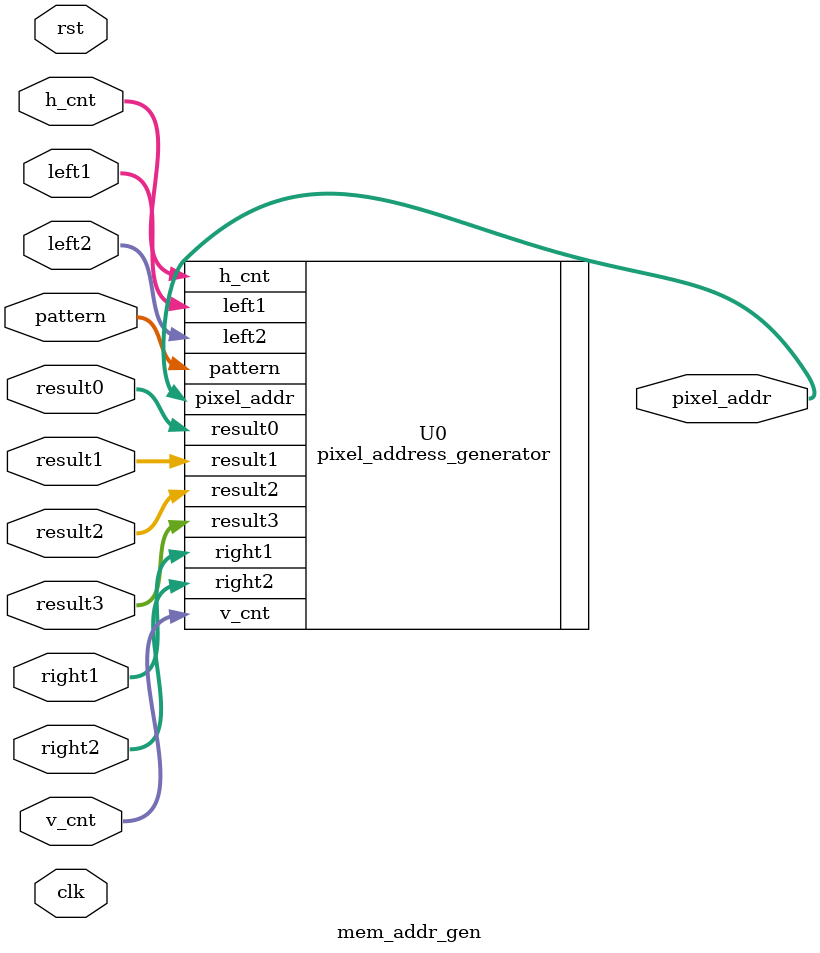
<source format=v>
module mem_addr_gen(
  input clk,
  input rst,
  input [9:0] h_cnt,
  input [9:0] v_cnt,
  input [3:0] left1,
  input [3:0] left2,
  input [3:0] right1,
  input [3:0] right2,
  input [3:0] pattern,
  input [3:0] result3,
  input [3:0] result2,
  input [3:0] result1,
  input [3:0] result0,
  output [15:0] pixel_addr
);
    
pixel_address_generator U0(.h_cnt(h_cnt), .v_cnt(v_cnt), .left1(left1), .left2(left2), .right1(right1), .right2(right2), .pattern(pattern), .result0(result0), .result1(result1), .result2(result2), .result3(result3), .pixel_addr(pixel_addr));
    
endmodule

</source>
